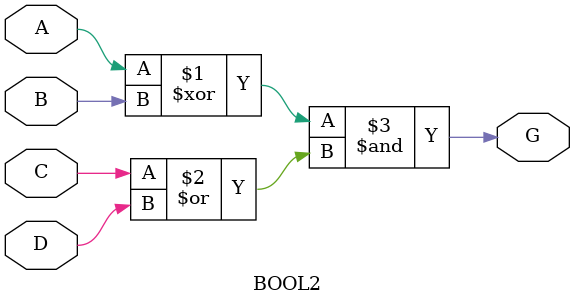
<source format=v>

`timescale 1ns/1ps

module BOOL1(input A, input B, input C, output F);
  assign F = (A & B) | (~C);
endmodule

module BOOL2(input A, input B, input C, input D, output G);
  assign G = (A ^ B) & (C | D);
endmodule

</source>
